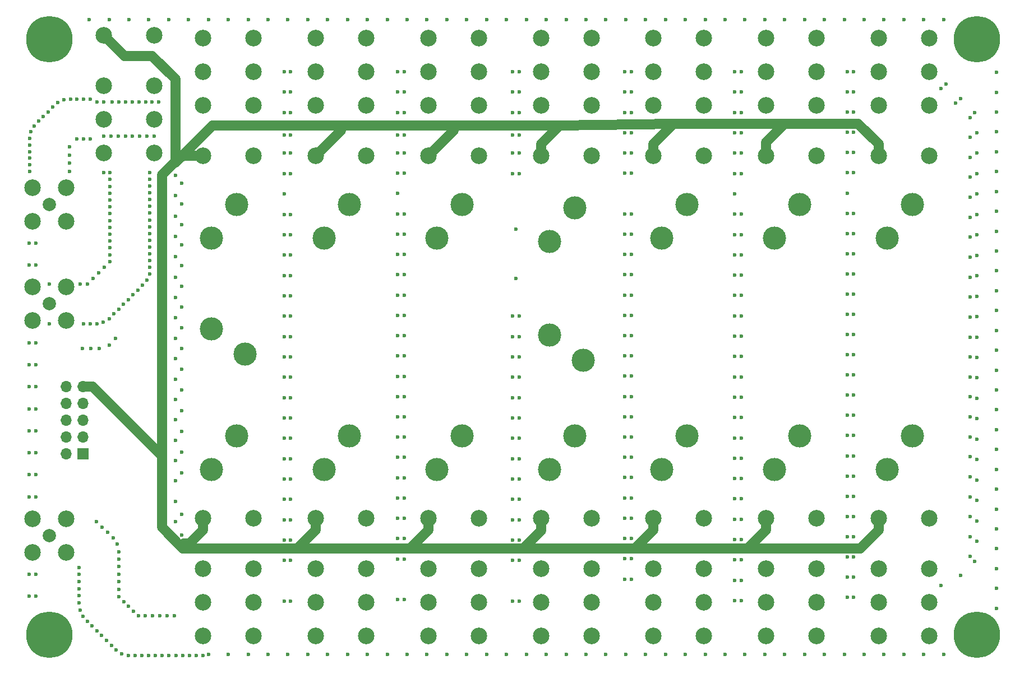
<source format=gbr>
%TF.GenerationSoftware,KiCad,Pcbnew,(5.1.5)-3*%
%TF.CreationDate,2020-05-03T15:54:47+02:00*%
%TF.ProjectId,LPF,4c50462e-6b69-4636-9164-5f7063625858,rev?*%
%TF.SameCoordinates,Original*%
%TF.FileFunction,Copper,L3,Inr*%
%TF.FilePolarity,Positive*%
%FSLAX46Y46*%
G04 Gerber Fmt 4.6, Leading zero omitted, Abs format (unit mm)*
G04 Created by KiCad (PCBNEW (5.1.5)-3) date 2020-05-03 15:54:47*
%MOMM*%
%LPD*%
G04 APERTURE LIST*
%ADD10C,2.500000*%
%ADD11R,1.700000X1.700000*%
%ADD12O,1.700000X1.700000*%
%ADD13C,3.500000*%
%ADD14C,2.499360*%
%ADD15C,1.998980*%
%ADD16C,7.000000*%
%ADD17C,0.600000*%
%ADD18C,1.500000*%
G04 APERTURE END LIST*
D10*
X79060000Y-43880000D03*
X71440000Y-43880000D03*
X79060000Y-51500000D03*
X71440000Y-51500000D03*
X79060000Y-56580000D03*
X71440000Y-56580000D03*
X79060000Y-61660000D03*
X71440000Y-61660000D03*
D11*
X68290000Y-107120000D03*
D12*
X65750000Y-107120000D03*
X68290000Y-104580000D03*
X65750000Y-104580000D03*
X68290000Y-102040000D03*
X65750000Y-102040000D03*
X68290000Y-99500000D03*
X65750000Y-99500000D03*
X68290000Y-96960000D03*
X65750000Y-96960000D03*
D13*
X138710000Y-75040000D03*
X142520000Y-69960000D03*
X91520000Y-69460000D03*
X87710000Y-74540000D03*
X193520000Y-69460000D03*
X189710000Y-74540000D03*
X172710000Y-74540000D03*
X176520000Y-69460000D03*
X155710000Y-74540000D03*
X159520000Y-69460000D03*
X125520000Y-69460000D03*
X121710000Y-74540000D03*
X104710000Y-74540000D03*
X108520000Y-69460000D03*
X87710000Y-88230000D03*
X92790000Y-92040000D03*
X138710000Y-89230000D03*
X143790000Y-93040000D03*
X193520000Y-104460000D03*
X189710000Y-109540000D03*
X172710000Y-109540000D03*
X176520000Y-104460000D03*
X159520000Y-104460000D03*
X155710000Y-109540000D03*
X121710000Y-109540000D03*
X125520000Y-104460000D03*
X104710000Y-109540000D03*
X108520000Y-104460000D03*
X87710000Y-109540000D03*
X91520000Y-104460000D03*
X142520000Y-104460000D03*
X138710000Y-109540000D03*
D14*
X65790000Y-81960000D03*
X60710000Y-81960000D03*
X60710000Y-87040000D03*
X65790000Y-87040000D03*
D15*
X63250000Y-84500000D03*
X63250000Y-119500000D03*
D14*
X65790000Y-122040000D03*
X60710000Y-122040000D03*
X60710000Y-116960000D03*
X65790000Y-116960000D03*
D15*
X63250000Y-69500000D03*
D14*
X65790000Y-72040000D03*
X60710000Y-72040000D03*
X60710000Y-66960000D03*
X65790000Y-66960000D03*
D10*
X188440000Y-62120000D03*
X196060000Y-62120000D03*
X188440000Y-54500000D03*
X196060000Y-54500000D03*
X188440000Y-49420000D03*
X196060000Y-49420000D03*
X188440000Y-44340000D03*
X196060000Y-44340000D03*
X179060000Y-44340000D03*
X171440000Y-44340000D03*
X179060000Y-49420000D03*
X171440000Y-49420000D03*
X179060000Y-54500000D03*
X171440000Y-54500000D03*
X179060000Y-62120000D03*
X171440000Y-62120000D03*
X154440000Y-62120000D03*
X162060000Y-62120000D03*
X154440000Y-54500000D03*
X162060000Y-54500000D03*
X154440000Y-49420000D03*
X162060000Y-49420000D03*
X154440000Y-44340000D03*
X162060000Y-44340000D03*
X145060000Y-44340000D03*
X137440000Y-44340000D03*
X145060000Y-49420000D03*
X137440000Y-49420000D03*
X145060000Y-54500000D03*
X137440000Y-54500000D03*
X145060000Y-62120000D03*
X137440000Y-62120000D03*
X128060000Y-44340000D03*
X120440000Y-44340000D03*
X128060000Y-49420000D03*
X120440000Y-49420000D03*
X128060000Y-54500000D03*
X120440000Y-54500000D03*
X128060000Y-62120000D03*
X120440000Y-62120000D03*
X103440000Y-62120000D03*
X111060000Y-62120000D03*
X103440000Y-54500000D03*
X111060000Y-54500000D03*
X103440000Y-49420000D03*
X111060000Y-49420000D03*
X103440000Y-44340000D03*
X111060000Y-44340000D03*
X94060000Y-44340000D03*
X86440000Y-44340000D03*
X94060000Y-49420000D03*
X86440000Y-49420000D03*
X94060000Y-54500000D03*
X86440000Y-54500000D03*
X94060000Y-62120000D03*
X86440000Y-62120000D03*
X196060000Y-116880000D03*
X188440000Y-116880000D03*
X196060000Y-124500000D03*
X188440000Y-124500000D03*
X196060000Y-129580000D03*
X188440000Y-129580000D03*
X196060000Y-134660000D03*
X188440000Y-134660000D03*
X171440000Y-134660000D03*
X179060000Y-134660000D03*
X171440000Y-129580000D03*
X179060000Y-129580000D03*
X171440000Y-124500000D03*
X179060000Y-124500000D03*
X171440000Y-116880000D03*
X179060000Y-116880000D03*
X162060000Y-116880000D03*
X154440000Y-116880000D03*
X162060000Y-124500000D03*
X154440000Y-124500000D03*
X162060000Y-129580000D03*
X154440000Y-129580000D03*
X162060000Y-134660000D03*
X154440000Y-134660000D03*
X137440000Y-134660000D03*
X145060000Y-134660000D03*
X137440000Y-129580000D03*
X145060000Y-129580000D03*
X137440000Y-124500000D03*
X145060000Y-124500000D03*
X137440000Y-116880000D03*
X145060000Y-116880000D03*
X120440000Y-134660000D03*
X128060000Y-134660000D03*
X120440000Y-129580000D03*
X128060000Y-129580000D03*
X120440000Y-124500000D03*
X128060000Y-124500000D03*
X120440000Y-116880000D03*
X128060000Y-116880000D03*
X111060000Y-116880000D03*
X103440000Y-116880000D03*
X111060000Y-124500000D03*
X103440000Y-124500000D03*
X111060000Y-129580000D03*
X103440000Y-129580000D03*
X111060000Y-134660000D03*
X103440000Y-134660000D03*
X94060000Y-116880000D03*
X86440000Y-116880000D03*
X94060000Y-124500000D03*
X86440000Y-124500000D03*
X94060000Y-129580000D03*
X86440000Y-129580000D03*
X94060000Y-134660000D03*
X86440000Y-134660000D03*
D16*
X63250000Y-44500000D03*
X203250000Y-44500000D03*
X203250000Y-134500000D03*
X63250000Y-134500000D03*
D17*
X60210000Y-75346666D03*
X60210000Y-78653333D03*
X61210000Y-78653333D03*
X61210000Y-75346666D03*
X60210000Y-125346666D03*
X60210000Y-128653333D03*
X61210000Y-128653333D03*
X61210000Y-125346666D03*
X60210000Y-90364444D03*
X60210000Y-93688888D03*
X60210000Y-97013333D03*
X60210000Y-100337777D03*
X60210000Y-103662222D03*
X60210000Y-106986666D03*
X60210000Y-110311111D03*
X60210000Y-113635555D03*
X61210000Y-113635555D03*
X61210000Y-110311111D03*
X61210000Y-106986666D03*
X61210000Y-103662222D03*
X61210000Y-100337777D03*
X61210000Y-97013333D03*
X61210000Y-93688888D03*
X61210000Y-90364444D03*
X133170000Y-52496923D03*
X133170000Y-55573846D03*
X133170000Y-59000000D03*
X133170000Y-61727692D03*
X133170000Y-64804615D03*
X133170000Y-86343076D03*
X133170000Y-89420000D03*
X133170000Y-92496923D03*
X133170000Y-95573846D03*
X133170000Y-98650769D03*
X133170000Y-101727692D03*
X133170000Y-104804615D03*
X133170000Y-107881538D03*
X133170000Y-110958461D03*
X133170000Y-114035384D03*
X133170000Y-117112307D03*
X133170000Y-120189230D03*
X133170000Y-123266153D03*
X133170000Y-49420000D03*
X133170000Y-129420000D03*
X134170000Y-123266153D03*
X134170000Y-120189230D03*
X134170000Y-117112307D03*
X134170000Y-114035384D03*
X134170000Y-110958461D03*
X134170000Y-107881538D03*
X134170000Y-104804615D03*
X134170000Y-101727692D03*
X134170000Y-98650769D03*
X134170000Y-95573846D03*
X134170000Y-92496923D03*
X134170000Y-89420000D03*
X134170000Y-86343076D03*
X134170000Y-64804615D03*
X134170000Y-61727692D03*
X134170000Y-59000000D03*
X134170000Y-55573846D03*
X134170000Y-52496923D03*
X134170000Y-129420000D03*
X134170000Y-49420000D03*
X82250000Y-65055995D03*
X82250000Y-68135871D03*
X82250000Y-71215746D03*
X82250000Y-74295622D03*
X82250000Y-77375497D03*
X82250000Y-80455373D03*
X82250000Y-83535248D03*
X82250000Y-86615124D03*
X82250000Y-89695000D03*
X82250000Y-92774875D03*
X82250000Y-95854751D03*
X82250000Y-98934626D03*
X82250000Y-102014502D03*
X82250000Y-105094377D03*
X82250000Y-108174253D03*
X82250000Y-111254128D03*
X82250000Y-114334004D03*
X82250000Y-117413879D03*
X83250000Y-119424129D03*
X83250000Y-116294747D03*
X83250000Y-110035983D03*
X83250000Y-106906601D03*
X83250000Y-103777219D03*
X83250000Y-100647837D03*
X83250000Y-97518455D03*
X83250000Y-94389073D03*
X83250000Y-91259691D03*
X83250000Y-88130308D03*
X83250000Y-85000926D03*
X83250000Y-81871544D03*
X83250000Y-78742162D03*
X83250000Y-75612780D03*
X83250000Y-72483398D03*
X83250000Y-69354016D03*
X83250000Y-66224634D03*
X200781836Y-125565270D03*
X202965977Y-123381129D03*
X203250000Y-120388419D03*
X203250000Y-117299577D03*
X203250000Y-114210735D03*
X203250000Y-111121893D03*
X203250000Y-108033051D03*
X203250000Y-104944209D03*
X203250000Y-101855367D03*
X203250000Y-98766525D03*
X203250000Y-95677683D03*
X203250000Y-92588841D03*
X203250000Y-89499999D03*
X203250000Y-86411157D03*
X203250000Y-83322316D03*
X203250000Y-80233474D03*
X203250000Y-77144632D03*
X203250000Y-74055790D03*
X203250000Y-70966948D03*
X203250000Y-67878106D03*
X203250000Y-64789264D03*
X203250000Y-61700422D03*
X203250000Y-58611580D03*
X202965977Y-55618870D03*
X200781836Y-53434729D03*
X198597695Y-51250588D03*
X197887632Y-51954737D03*
X200068816Y-54135921D03*
X202250000Y-59333732D03*
X202250000Y-62350359D03*
X202250000Y-65366986D03*
X202250000Y-68383612D03*
X202250000Y-71400239D03*
X202250000Y-74416866D03*
X202250000Y-77433493D03*
X202250000Y-80450119D03*
X202250000Y-83466746D03*
X202250000Y-86483373D03*
X202250000Y-89500000D03*
X202250000Y-92516626D03*
X202250000Y-95533253D03*
X202250000Y-98549880D03*
X202250000Y-101566506D03*
X202250000Y-104583133D03*
X202250000Y-107599760D03*
X202250000Y-110616387D03*
X202250000Y-113633013D03*
X202250000Y-116649640D03*
X202250000Y-119666267D03*
X197887632Y-127045262D03*
X202250000Y-56317106D03*
X202250000Y-122682894D03*
X183670000Y-52474230D03*
X183670000Y-55528461D03*
X183670000Y-58582692D03*
X183670000Y-61636923D03*
X183670000Y-64691153D03*
X183670000Y-67745384D03*
X183670000Y-70799615D03*
X183670000Y-73853846D03*
X183670000Y-76908076D03*
X183670000Y-79962307D03*
X183670000Y-83016538D03*
X183670000Y-86070769D03*
X183670000Y-89125000D03*
X183670000Y-92179230D03*
X183670000Y-95233461D03*
X183670000Y-98287692D03*
X183670000Y-101341923D03*
X183670000Y-104396153D03*
X183670000Y-107450384D03*
X183670000Y-110504615D03*
X183670000Y-113558846D03*
X183670000Y-116613076D03*
X183670000Y-119667307D03*
X183670000Y-122721538D03*
X183670000Y-125775769D03*
X183670000Y-49420000D03*
X183670000Y-128830000D03*
X184670000Y-125775769D03*
X184670000Y-122721538D03*
X184670000Y-119667307D03*
X184670000Y-116613076D03*
X184670000Y-113558846D03*
X184670000Y-110504615D03*
X184670000Y-107450384D03*
X184670000Y-104396153D03*
X184670000Y-101341923D03*
X184670000Y-98287692D03*
X184670000Y-95233461D03*
X184670000Y-92179230D03*
X184670000Y-89125000D03*
X184670000Y-86070769D03*
X184670000Y-83016538D03*
X184670000Y-79962307D03*
X184670000Y-76908076D03*
X184670000Y-73853846D03*
X184670000Y-70799615D03*
X184670000Y-64691153D03*
X184670000Y-61636923D03*
X184670000Y-58582692D03*
X184670000Y-55528461D03*
X184670000Y-52474230D03*
X184670000Y-128830000D03*
X184670000Y-49420000D03*
X166670000Y-52493461D03*
X166670000Y-55566923D03*
X166670000Y-58640384D03*
X166670000Y-61713846D03*
X166670000Y-64787307D03*
X166670000Y-67860769D03*
X166670000Y-70934230D03*
X166670000Y-74007692D03*
X166670000Y-77081153D03*
X166670000Y-80154615D03*
X166670000Y-83228076D03*
X166670000Y-86301538D03*
X166670000Y-89375000D03*
X166670000Y-92448461D03*
X166670000Y-95521923D03*
X166670000Y-98595384D03*
X166670000Y-101668846D03*
X166670000Y-104742307D03*
X166670000Y-107815769D03*
X166670000Y-110889230D03*
X166670000Y-113962692D03*
X166670000Y-117036153D03*
X166670000Y-120109615D03*
X166670000Y-123183076D03*
X166670000Y-126256538D03*
X166670000Y-49420000D03*
X166670000Y-129330000D03*
X167670000Y-126256538D03*
X167670000Y-123183076D03*
X167670000Y-120109615D03*
X167670000Y-117036153D03*
X167670000Y-113962692D03*
X167670000Y-110889230D03*
X167670000Y-107815769D03*
X167670000Y-104742307D03*
X167670000Y-101668846D03*
X167670000Y-98595384D03*
X167670000Y-95521923D03*
X167670000Y-92448461D03*
X167670000Y-89375000D03*
X167670000Y-86301538D03*
X167670000Y-83228076D03*
X167670000Y-80154615D03*
X167670000Y-77081153D03*
X167670000Y-74007692D03*
X167670000Y-70934230D03*
X167670000Y-64787307D03*
X167670000Y-61713846D03*
X167670000Y-58640384D03*
X167670000Y-55566923D03*
X167670000Y-52493461D03*
X167670000Y-129330000D03*
X167670000Y-49420000D03*
X150080000Y-52486400D03*
X150080000Y-55552800D03*
X150080000Y-58619200D03*
X150080000Y-61685600D03*
X150080000Y-64752000D03*
X150080000Y-70884800D03*
X150080000Y-73951200D03*
X150080000Y-77017600D03*
X150080000Y-80084000D03*
X150080000Y-83150400D03*
X150080000Y-86216800D03*
X150080000Y-89283200D03*
X150080000Y-92349600D03*
X150080000Y-95416000D03*
X150080000Y-98482400D03*
X150080000Y-101548800D03*
X150080000Y-104615200D03*
X150080000Y-107681600D03*
X150080000Y-110748000D03*
X150080000Y-113814400D03*
X150080000Y-116880800D03*
X150080000Y-119947200D03*
X150080000Y-123013600D03*
X150080000Y-49420000D03*
X150080000Y-126080000D03*
X151080000Y-123013600D03*
X151080000Y-119947200D03*
X151080000Y-116880800D03*
X151080000Y-113814400D03*
X151080000Y-110748000D03*
X151080000Y-107681600D03*
X151080000Y-104615200D03*
X151080000Y-101548800D03*
X151080000Y-98482400D03*
X151080000Y-95416000D03*
X151080000Y-92349600D03*
X151080000Y-89283200D03*
X151080000Y-86216800D03*
X151080000Y-83150400D03*
X151080000Y-80084000D03*
X151080000Y-77017600D03*
X151080000Y-73951200D03*
X151080000Y-70884800D03*
X151080000Y-64752000D03*
X151080000Y-61685600D03*
X151080000Y-58619200D03*
X151080000Y-55552800D03*
X151080000Y-52486400D03*
X151080000Y-126080000D03*
X151080000Y-49420000D03*
X98670000Y-52496923D03*
X98670000Y-55573846D03*
X98670000Y-59000000D03*
X98670000Y-61727692D03*
X98670000Y-64804615D03*
X98670000Y-67881538D03*
X98670000Y-70958461D03*
X98670000Y-74035384D03*
X98670000Y-77112307D03*
X98670000Y-80189230D03*
X98670000Y-83266153D03*
X98670000Y-86343076D03*
X98670000Y-89420000D03*
X98670000Y-92496923D03*
X98670000Y-95573846D03*
X98670000Y-98650769D03*
X98670000Y-101727692D03*
X98670000Y-104804615D03*
X98670000Y-107881538D03*
X98670000Y-110958461D03*
X98670000Y-114035384D03*
X98670000Y-117112307D03*
X98670000Y-120189230D03*
X98670000Y-123266153D03*
X98670000Y-49420000D03*
X98670000Y-129420000D03*
X99670000Y-123266153D03*
X99670000Y-120189230D03*
X99670000Y-117112307D03*
X99670000Y-114035384D03*
X99670000Y-110958461D03*
X99670000Y-107881538D03*
X99670000Y-104804615D03*
X99670000Y-101727692D03*
X99670000Y-98650769D03*
X99670000Y-95573846D03*
X99670000Y-92496923D03*
X99670000Y-89420000D03*
X99670000Y-86343076D03*
X99670000Y-83266153D03*
X99670000Y-80189230D03*
X99670000Y-77112307D03*
X99670000Y-74035384D03*
X99670000Y-70958461D03*
X99670000Y-64804615D03*
X99670000Y-61727692D03*
X99670000Y-59000000D03*
X99670000Y-55573846D03*
X99670000Y-52496923D03*
X99670000Y-129420000D03*
X99670000Y-49420000D03*
X115830000Y-52487307D03*
X115830000Y-55554615D03*
X115830000Y-59000000D03*
X115830000Y-61689230D03*
X115830000Y-64756538D03*
X115830000Y-67823846D03*
X115830000Y-70891153D03*
X115830000Y-73958461D03*
X115830000Y-77025769D03*
X115830000Y-80093076D03*
X115830000Y-83160384D03*
X115830000Y-86227692D03*
X115830000Y-89295000D03*
X115830000Y-92362307D03*
X115830000Y-95429615D03*
X115830000Y-98496923D03*
X115830000Y-101564230D03*
X115830000Y-104631538D03*
X115830000Y-107698846D03*
X115830000Y-110766153D03*
X115830000Y-113833461D03*
X115830000Y-116900769D03*
X115830000Y-119968076D03*
X115830000Y-123035384D03*
X115830000Y-49420000D03*
X115830000Y-129170000D03*
X116830000Y-123035384D03*
X116830000Y-119968076D03*
X116830000Y-116900769D03*
X116830000Y-113833461D03*
X116830000Y-110766153D03*
X116830000Y-107698846D03*
X116830000Y-104631538D03*
X116830000Y-101564230D03*
X116830000Y-98496923D03*
X116830000Y-95429615D03*
X116830000Y-92362307D03*
X116830000Y-89295000D03*
X116830000Y-86227692D03*
X116830000Y-83160384D03*
X116830000Y-80093076D03*
X116830000Y-77025769D03*
X116830000Y-73958461D03*
X116830000Y-70891153D03*
X116830000Y-64756538D03*
X116830000Y-61689230D03*
X116830000Y-59000000D03*
X116830000Y-55554615D03*
X116830000Y-52487307D03*
X116830000Y-129170000D03*
X116830000Y-49420000D03*
X67750000Y-124316331D03*
X67750000Y-125390023D03*
X67750000Y-126463715D03*
X67750000Y-127537407D03*
X67750000Y-128611099D03*
X67750000Y-129684791D03*
X68266017Y-131682209D03*
X68951807Y-132444446D03*
X69678246Y-133170885D03*
X70404685Y-133897324D03*
X71131124Y-134623763D03*
X71857564Y-135350203D03*
X72584003Y-136076642D03*
X73310553Y-136802969D03*
X74152049Y-137383519D03*
X75139628Y-137647791D03*
X76166601Y-137660000D03*
X77193941Y-137660000D03*
X78221281Y-137660000D03*
X79248621Y-137660000D03*
X80275961Y-137660000D03*
X81303301Y-137660000D03*
X82330641Y-137660000D03*
X83357981Y-137660000D03*
X84385321Y-137660000D03*
X85412661Y-137660000D03*
X67845373Y-130750428D03*
X86440000Y-137660000D03*
X82090063Y-131660000D03*
X81002578Y-131660000D03*
X79915094Y-131660000D03*
X78827609Y-131660000D03*
X77740125Y-131660000D03*
X75926980Y-130934340D03*
X75201320Y-130208680D03*
X74475660Y-129483020D03*
X73750000Y-127619735D03*
X73750000Y-126482111D03*
X73750000Y-125344487D03*
X73750000Y-124206863D03*
X73750000Y-123069239D03*
X73500149Y-120801382D03*
X72841962Y-119849321D03*
X72018415Y-119025774D03*
X71194868Y-118202227D03*
X76652640Y-131660000D03*
X73750000Y-128757360D03*
X73749221Y-121931621D03*
X70371320Y-117378680D03*
X66250000Y-63247546D03*
X66250000Y-61995093D03*
X68419480Y-59580000D03*
X69426320Y-59580000D03*
X66250000Y-64500000D03*
X66250000Y-60742640D03*
X67412640Y-59580000D03*
X70434111Y-54000000D03*
X69428222Y-53580000D03*
X68422333Y-53580000D03*
X67416444Y-53580000D03*
X66410555Y-53580000D03*
X65412941Y-53677094D03*
X64499901Y-54087858D03*
X63751046Y-54756314D03*
X63039775Y-55467585D03*
X62328504Y-56178856D03*
X61617233Y-56890127D03*
X60918052Y-57612669D03*
X60426887Y-58485095D03*
X60250145Y-59470554D03*
X60250000Y-60476443D03*
X60250000Y-61482332D03*
X60250000Y-62488221D03*
X60250000Y-63494110D03*
X71440000Y-54000000D03*
X60250000Y-64500000D03*
X68354505Y-87500000D03*
X69375406Y-87500000D03*
X70396249Y-87496433D03*
X71387982Y-87275787D03*
X72249199Y-86736784D03*
X72974352Y-86018288D03*
X73696238Y-85296402D03*
X74418124Y-84574516D03*
X75140010Y-83852630D03*
X75861896Y-83130744D03*
X76583782Y-82408858D03*
X77305668Y-81686972D03*
X77965264Y-80911824D03*
X78343359Y-79968816D03*
X78410000Y-78952613D03*
X78410000Y-77931712D03*
X78410000Y-76910811D03*
X78410000Y-75889910D03*
X78410000Y-74869009D03*
X78410000Y-73848108D03*
X78410000Y-72827207D03*
X78410000Y-71806306D03*
X78410000Y-70785405D03*
X78410000Y-69764504D03*
X78410000Y-68743603D03*
X78410000Y-67722702D03*
X78410000Y-66701801D03*
X78410000Y-65680900D03*
X63250000Y-87500000D03*
X78410000Y-64660000D03*
X77971429Y-59160000D03*
X76882858Y-59160000D03*
X75794286Y-59160000D03*
X74705715Y-59160000D03*
X73617143Y-59160000D03*
X72528572Y-59160000D03*
X79060000Y-59160000D03*
X71440000Y-59160000D03*
X72410000Y-65693643D03*
X72410000Y-66727286D03*
X72410000Y-67760929D03*
X72410000Y-68794572D03*
X72410000Y-69828215D03*
X72410000Y-70861858D03*
X72410000Y-71895501D03*
X72410000Y-72929144D03*
X72410000Y-73962787D03*
X72410000Y-74996430D03*
X72410000Y-76030073D03*
X72410000Y-77063716D03*
X71559340Y-78948020D03*
X70708680Y-79798680D03*
X69858020Y-80649340D03*
X67855888Y-81500000D03*
X71440000Y-64660000D03*
X72410000Y-64660000D03*
X72410000Y-78097360D03*
X69007360Y-81500000D03*
X63250000Y-81500000D03*
X72750000Y-54000000D03*
X73750000Y-54000000D03*
X74750000Y-54000000D03*
X75750000Y-54000000D03*
X76750000Y-54000000D03*
X77750000Y-54000000D03*
X77750000Y-54000000D03*
X78750000Y-54000000D03*
X79750000Y-54000000D03*
X198250000Y-137500000D03*
X195250000Y-137500000D03*
X192250000Y-137500000D03*
X189250000Y-137500000D03*
X186250000Y-137500000D03*
X183250000Y-137500000D03*
X180250000Y-137500000D03*
X177250000Y-137500000D03*
X174250000Y-137500000D03*
X171250000Y-137500000D03*
X168250000Y-137500000D03*
X165250000Y-137500000D03*
X162250000Y-137500000D03*
X159250000Y-137500000D03*
X156250000Y-137500000D03*
X153250000Y-137500000D03*
X150250000Y-137500000D03*
X147250000Y-137500000D03*
X144250000Y-137500000D03*
X141250000Y-137500000D03*
X138250000Y-137500000D03*
X135250000Y-137500000D03*
X132250000Y-137500000D03*
X129250000Y-137500000D03*
X126250000Y-137500000D03*
X123250000Y-137500000D03*
X120250000Y-137500000D03*
X117250000Y-137500000D03*
X114250000Y-137500000D03*
X111250000Y-137500000D03*
X108250000Y-137500000D03*
X105250000Y-137500000D03*
X102250000Y-137500000D03*
X99250000Y-137500000D03*
X96250000Y-137500000D03*
X93250000Y-137500000D03*
X90250000Y-137500000D03*
X87250000Y-137500000D03*
X198250000Y-41500000D03*
X195250000Y-41500000D03*
X192250000Y-41500000D03*
X189250000Y-41500000D03*
X186250000Y-41500000D03*
X183250000Y-41500000D03*
X180250000Y-41500000D03*
X177250000Y-41500000D03*
X174250000Y-41500000D03*
X171250000Y-41500000D03*
X168250000Y-41500000D03*
X165250000Y-41500000D03*
X162250000Y-41500000D03*
X159250000Y-41500000D03*
X156250000Y-41500000D03*
X153250000Y-41500000D03*
X150250000Y-41500000D03*
X147250000Y-41500000D03*
X144250000Y-41500000D03*
X141250000Y-41500000D03*
X138250000Y-41500000D03*
X135250000Y-41500000D03*
X132250000Y-41500000D03*
X129250000Y-41500000D03*
X126250000Y-41500000D03*
X123250000Y-41500000D03*
X120250000Y-41500000D03*
X117250000Y-41500000D03*
X114250000Y-41500000D03*
X111250000Y-41500000D03*
X108250000Y-41500000D03*
X105250000Y-41500000D03*
X102250000Y-41500000D03*
X99250000Y-41500000D03*
X96250000Y-41500000D03*
X93250000Y-41500000D03*
X90250000Y-41500000D03*
X87250000Y-41500000D03*
X84250000Y-41500000D03*
X81250000Y-41500000D03*
X78250000Y-41500000D03*
X75250000Y-41500000D03*
X72250000Y-41500000D03*
X69250000Y-41500000D03*
X206250000Y-49500000D03*
X206250000Y-52500000D03*
X206250000Y-55500000D03*
X206250000Y-58500000D03*
X206250000Y-61500000D03*
X206250000Y-64500000D03*
X206250000Y-67500000D03*
X206250000Y-70500000D03*
X206250000Y-73500000D03*
X206250000Y-76500000D03*
X206250000Y-79500000D03*
X206250000Y-82500000D03*
X206250000Y-85500000D03*
X206250000Y-88500000D03*
X206250000Y-91500000D03*
X206250000Y-94500000D03*
X206250000Y-97500000D03*
X206250000Y-100500000D03*
X206250000Y-103500000D03*
X206250000Y-106500000D03*
X206250000Y-109500000D03*
X206250000Y-112500000D03*
X206250000Y-115500000D03*
X206250000Y-118500000D03*
X206250000Y-121500000D03*
X206250000Y-124500000D03*
X206250000Y-127500000D03*
X206250000Y-130500000D03*
X133670000Y-80670000D03*
X133670000Y-73170000D03*
X133670000Y-73170000D03*
X73250000Y-89750000D03*
X72250000Y-90750000D03*
X70750000Y-91250000D03*
X69500000Y-91250000D03*
X68250000Y-91250000D03*
D18*
X86440000Y-118647766D02*
X86440000Y-116880000D01*
X83575870Y-120674130D02*
X84413636Y-120674130D01*
X84413636Y-120674130D02*
X86440000Y-118647766D01*
X83225869Y-121024131D02*
X83575870Y-120674130D01*
X83225869Y-121250000D02*
X83225869Y-121024131D01*
X103440000Y-118647766D02*
X103440000Y-116880000D01*
X100648535Y-121439231D02*
X103440000Y-118647766D01*
X120440000Y-118647766D02*
X120440000Y-116880000D01*
X117648535Y-121439231D02*
X120440000Y-118647766D01*
X100648535Y-121439231D02*
X117648535Y-121439231D01*
X134770001Y-121439231D02*
X137440000Y-118769232D01*
X137440000Y-118647766D02*
X137440000Y-116880000D01*
X137440000Y-118769232D02*
X137440000Y-118647766D01*
X151648535Y-121439231D02*
X154440000Y-118647766D01*
X154440000Y-118647766D02*
X154440000Y-116880000D01*
X117648535Y-121439231D02*
X133939231Y-121439231D01*
X133939231Y-121439231D02*
X134770001Y-121439231D01*
X171440000Y-118647766D02*
X171440000Y-116880000D01*
X168648535Y-121439231D02*
X171440000Y-118647766D01*
X150310769Y-121439231D02*
X168648535Y-121439231D01*
X133939231Y-121439231D02*
X150310769Y-121439231D01*
X150310769Y-121439231D02*
X151648535Y-121439231D01*
X188440000Y-118647766D02*
X188440000Y-116880000D01*
X185648535Y-121439231D02*
X188440000Y-118647766D01*
X168648535Y-121439231D02*
X185648535Y-121439231D01*
X98069999Y-121439231D02*
X100648535Y-121439231D01*
X83225869Y-121250000D02*
X83415100Y-121439231D01*
X83415100Y-121439231D02*
X98069999Y-121439231D01*
X83130000Y-62120000D02*
X86440000Y-62120000D01*
X188440000Y-60352234D02*
X185337766Y-57250000D01*
X188440000Y-62120000D02*
X188440000Y-60352234D01*
X171440000Y-60060000D02*
X174250000Y-57250000D01*
X185337766Y-57250000D02*
X174250000Y-57250000D01*
X171440000Y-62120000D02*
X171440000Y-60060000D01*
X157500000Y-57292234D02*
X157500000Y-57250000D01*
X154440000Y-60352234D02*
X157500000Y-57292234D01*
X154440000Y-62120000D02*
X154440000Y-60352234D01*
X174250000Y-57250000D02*
X157500000Y-57250000D01*
X137440000Y-60310000D02*
X140250000Y-57500000D01*
X137440000Y-62120000D02*
X137440000Y-60310000D01*
X157500000Y-57250000D02*
X140250000Y-57500000D01*
X124250000Y-58310000D02*
X124250000Y-57500000D01*
X120440000Y-62120000D02*
X124250000Y-58310000D01*
X140250000Y-57500000D02*
X124250000Y-57500000D01*
X107250000Y-58310000D02*
X107250000Y-57500000D01*
X103440000Y-62120000D02*
X107250000Y-58310000D01*
X124250000Y-57500000D02*
X107250000Y-57500000D01*
X107250000Y-57500000D02*
X90250000Y-57500000D01*
X80250000Y-65000000D02*
X83130000Y-62120000D01*
X80250000Y-107500000D02*
X80250000Y-65000000D01*
X68290000Y-96960000D02*
X69710000Y-96960000D01*
X69710000Y-96960000D02*
X80250000Y-107500000D01*
X80250000Y-118274131D02*
X83225869Y-121250000D01*
X80250000Y-107500000D02*
X80250000Y-118274131D01*
X87875000Y-57500000D02*
X90250000Y-57500000D01*
X74560000Y-47000000D02*
X78750000Y-47000000D01*
X71440000Y-43880000D02*
X74560000Y-47000000D01*
X78750000Y-47000000D02*
X82250000Y-50500000D01*
X82250000Y-50500000D02*
X82250000Y-63125000D01*
X82250000Y-63125000D02*
X87875000Y-57500000D01*
X83130000Y-62130000D02*
X83130000Y-62120000D01*
X83250000Y-62250000D02*
X83130000Y-62130000D01*
M02*

</source>
